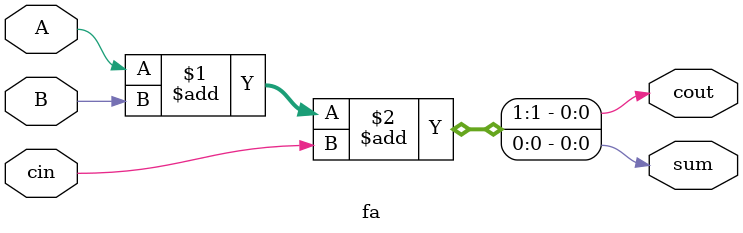
<source format=v>
module fa(
    output sum,
    output cout,
    input A,
    input B,
    input cin
);
    assign {cout, sum} = A + B + cin;
endmodule
</source>
